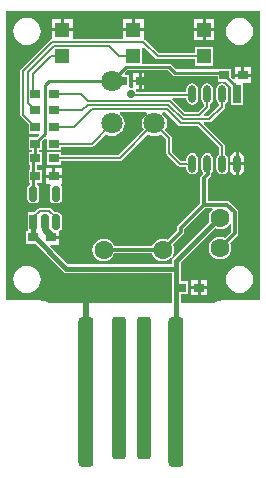
<source format=gbr>
%TF.GenerationSoftware,Altium Limited,Altium Designer,19.1.5 (86)*%
G04 Layer_Physical_Order=1*
G04 Layer_Color=255*
%FSLAX44Y44*%
%MOMM*%
%TF.FileFunction,Copper,L1,Top,Signal*%
%TF.Part,Single*%
G01*
G75*
%TA.AperFunction,SMDPad,CuDef*%
G04:AMPARAMS|DCode=10|XSize=12.065mm|YSize=1.2065mm|CornerRadius=0.3016mm|HoleSize=0mm|Usage=FLASHONLY|Rotation=270.000|XOffset=0mm|YOffset=0mm|HoleType=Round|Shape=RoundedRectangle|*
%AMROUNDEDRECTD10*
21,1,12.0650,0.6033,0,0,270.0*
21,1,11.4618,1.2065,0,0,270.0*
1,1,0.6033,-0.3016,-5.7309*
1,1,0.6033,-0.3016,5.7309*
1,1,0.6033,0.3016,5.7309*
1,1,0.6033,0.3016,-5.7309*
%
%ADD10ROUNDEDRECTD10*%
G04:AMPARAMS|DCode=11|XSize=12.7mm|YSize=1.27mm|CornerRadius=0.3175mm|HoleSize=0mm|Usage=FLASHONLY|Rotation=270.000|XOffset=0mm|YOffset=0mm|HoleType=Round|Shape=RoundedRectangle|*
%AMROUNDEDRECTD11*
21,1,12.7000,0.6350,0,0,270.0*
21,1,12.0650,1.2700,0,0,270.0*
1,1,0.6350,-0.3175,-6.0325*
1,1,0.6350,-0.3175,6.0325*
1,1,0.6350,0.3175,6.0325*
1,1,0.6350,0.3175,-6.0325*
%
%ADD11ROUNDEDRECTD11*%
%ADD12R,1.2500X1.2500*%
%ADD13O,0.7000X1.5000*%
%ADD14R,0.7000X1.5000*%
G04:AMPARAMS|DCode=15|XSize=0.7mm|YSize=1.3mm|CornerRadius=0.175mm|HoleSize=0mm|Usage=FLASHONLY|Rotation=0.000|XOffset=0mm|YOffset=0mm|HoleType=Round|Shape=RoundedRectangle|*
%AMROUNDEDRECTD15*
21,1,0.7000,0.9500,0,0,0.0*
21,1,0.3500,1.3000,0,0,0.0*
1,1,0.3500,0.1750,-0.4750*
1,1,0.3500,-0.1750,-0.4750*
1,1,0.3500,-0.1750,0.4750*
1,1,0.3500,0.1750,0.4750*
%
%ADD15ROUNDEDRECTD15*%
%ADD16R,0.7000X1.3000*%
%ADD17R,0.8500X0.8000*%
%TA.AperFunction,Conductor*%
%ADD18C,0.3000*%
%ADD19C,0.2000*%
%ADD20C,0.2500*%
%ADD21C,0.4000*%
%ADD22C,0.5000*%
%ADD23C,0.6000*%
%TA.AperFunction,ComponentPad*%
%ADD24R,1.8000X1.8000*%
%ADD25C,1.8000*%
%ADD26R,1.6000X1.6000*%
%ADD27C,1.6000*%
%ADD28R,1.6000X1.6000*%
%TA.AperFunction,ViaPad*%
%ADD29C,0.7000*%
G36*
X107410Y-122410D02*
X88780D01*
X78780Y-122410D01*
X78717Y-122423D01*
X78653Y-122414D01*
X76693Y-122510D01*
X76506Y-122556D01*
X76315D01*
X72469Y-123321D01*
X72233Y-123419D01*
X71983Y-123469D01*
X68361Y-124969D01*
X68315Y-125000D01*
X40124D01*
Y-117500D01*
X46000D01*
Y-106500D01*
X40124D01*
Y-95945D01*
Y-90923D01*
X69444Y-61603D01*
X71020Y-62256D01*
X73500Y-62582D01*
X75980Y-62256D01*
X78291Y-61298D01*
X80275Y-59775D01*
X81671Y-57956D01*
X82271Y-58005D01*
X82941Y-58307D01*
Y-64733D01*
X77783Y-69891D01*
X75980Y-69145D01*
X73500Y-68818D01*
X71020Y-69145D01*
X68709Y-70102D01*
X66725Y-71624D01*
X65202Y-73609D01*
X64245Y-75920D01*
X63918Y-78400D01*
X64245Y-80880D01*
X65202Y-83191D01*
X66725Y-85175D01*
X68709Y-86698D01*
X71020Y-87655D01*
X73500Y-87982D01*
X75980Y-87655D01*
X78291Y-86698D01*
X80275Y-85175D01*
X81798Y-83191D01*
X82755Y-80880D01*
X83082Y-78400D01*
X82755Y-75920D01*
X82067Y-74258D01*
X88163Y-68163D01*
X88826Y-67171D01*
X89059Y-66000D01*
X89059Y-66000D01*
Y-47944D01*
X88826Y-46773D01*
X88163Y-45781D01*
X81869Y-39487D01*
X80877Y-38824D01*
X79706Y-38591D01*
X79706Y-38591D01*
X63059D01*
Y-20267D01*
X65163Y-18163D01*
X65163Y-18163D01*
X65826Y-17170D01*
X66059Y-16000D01*
X66059Y-16000D01*
Y-14736D01*
X66255Y-14605D01*
X67360Y-12951D01*
X67748Y-11000D01*
Y-3000D01*
X67360Y-1049D01*
X66255Y605D01*
X64601Y1710D01*
X62650Y2098D01*
X60699Y1710D01*
X59045Y605D01*
X57940Y-1049D01*
X57552Y-3000D01*
Y-11000D01*
X57940Y-12951D01*
X59045Y-14605D01*
X59137Y-15537D01*
X57837Y-16837D01*
X57174Y-17830D01*
X56941Y-19000D01*
X56941Y-19000D01*
Y-40383D01*
X38087Y-59237D01*
X37424Y-60229D01*
X37191Y-61400D01*
X37191Y-61400D01*
Y-63483D01*
X29212Y-71462D01*
X27480Y-70745D01*
X25000Y-70418D01*
X22520Y-70745D01*
X20209Y-71702D01*
X18225Y-73225D01*
X16702Y-75209D01*
X15984Y-76941D01*
X-15984D01*
X-16702Y-75209D01*
X-18225Y-73225D01*
X-20209Y-71702D01*
X-22520Y-70745D01*
X-25000Y-70418D01*
X-27480Y-70745D01*
X-29791Y-71702D01*
X-31776Y-73225D01*
X-33298Y-75209D01*
X-34255Y-77520D01*
X-34582Y-80000D01*
X-34255Y-82480D01*
X-33298Y-84791D01*
X-31776Y-86775D01*
X-29791Y-88298D01*
X-27480Y-89255D01*
X-25000Y-89582D01*
X-22520Y-89255D01*
X-20209Y-88298D01*
X-18225Y-86775D01*
X-16702Y-84791D01*
X-15984Y-83059D01*
X15984D01*
X16702Y-84791D01*
X18225Y-86775D01*
X20209Y-88298D01*
X22520Y-89255D01*
X25000Y-89582D01*
X27480Y-89255D01*
X29791Y-88298D01*
X31776Y-86775D01*
X33298Y-84791D01*
X34255Y-82480D01*
X34582Y-80000D01*
X34255Y-77520D01*
X33538Y-75788D01*
X42413Y-66913D01*
X42413Y-66913D01*
X43076Y-65921D01*
X43309Y-64750D01*
Y-62667D01*
X61267Y-44709D01*
X66725D01*
X67133Y-45911D01*
X66725Y-46224D01*
X65202Y-48209D01*
X64245Y-50520D01*
X63918Y-53000D01*
X64245Y-55480D01*
X64604Y-56349D01*
X34032Y-86922D01*
X33258Y-88079D01*
X32986Y-89445D01*
Y-92376D01*
X-55077D01*
X-70340Y-77113D01*
X-69854Y-75940D01*
X-62460D01*
Y-70650D01*
X-69250D01*
Y-68150D01*
X-62460D01*
Y-64147D01*
X-61407Y-63443D01*
X-60689Y-62368D01*
X-60436Y-61100D01*
Y-51600D01*
X-60689Y-50332D01*
X-61407Y-49257D01*
X-62482Y-48539D01*
X-63750Y-48286D01*
X-66109D01*
X-69198Y-45198D01*
X-70024Y-44645D01*
X-71000Y-44451D01*
X-79000D01*
X-79975Y-44645D01*
X-80802Y-45198D01*
X-83955Y-48350D01*
X-89500D01*
Y-63900D01*
X-90500D01*
Y-74900D01*
X-82647D01*
X-59078Y-98468D01*
X-57921Y-99242D01*
X-56555Y-99514D01*
X32986D01*
Y-125000D01*
X-71405D01*
X-71451Y-124969D01*
X-75073Y-123469D01*
X-75324Y-123419D01*
X-75559Y-123321D01*
X-79405Y-122556D01*
X-79596D01*
X-79783Y-122510D01*
X-81743Y-122414D01*
X-81807Y-122423D01*
X-81870Y-122410D01*
X-91870D01*
X-107410Y-122410D01*
X-107410Y122410D01*
X107410D01*
X107410Y-122410D01*
D02*
G37*
%LPC*%
G36*
X8790Y115040D02*
X1250D01*
Y107500D01*
X8790D01*
Y115040D01*
D02*
G37*
G36*
X-1250D02*
X-8790D01*
Y107500D01*
X-1250D01*
Y115040D01*
D02*
G37*
G36*
X68790D02*
X61250D01*
Y107500D01*
X68790D01*
Y115040D01*
D02*
G37*
G36*
X-51210D02*
X-58750D01*
Y107500D01*
X-51210D01*
Y115040D01*
D02*
G37*
G36*
X58750D02*
X51210D01*
Y107500D01*
X58750D01*
Y115040D01*
D02*
G37*
G36*
X-61250D02*
X-68790D01*
Y107500D01*
X-61250D01*
Y115040D01*
D02*
G37*
G36*
X68790Y105000D02*
X61250D01*
Y97460D01*
X68790D01*
Y105000D01*
D02*
G37*
G36*
X58750D02*
X51210D01*
Y97460D01*
X58750D01*
Y105000D01*
D02*
G37*
G36*
X90000Y116599D02*
X86998Y116204D01*
X84200Y115045D01*
X81798Y113202D01*
X79955Y110800D01*
X78796Y108002D01*
X78401Y105000D01*
X78796Y101998D01*
X79955Y99200D01*
X81798Y96798D01*
X84200Y94955D01*
X86998Y93796D01*
X90000Y93401D01*
X93002Y93796D01*
X95800Y94955D01*
X98202Y96798D01*
X100045Y99200D01*
X101204Y101998D01*
X101599Y105000D01*
X101204Y108002D01*
X100045Y110800D01*
X98202Y113202D01*
X95800Y115045D01*
X93002Y116204D01*
X90000Y116599D01*
D02*
G37*
G36*
X-90000D02*
X-93002Y116204D01*
X-95800Y115045D01*
X-98202Y113202D01*
X-100045Y110800D01*
X-101204Y108002D01*
X-101599Y105000D01*
X-101204Y101998D01*
X-100045Y99200D01*
X-98202Y96798D01*
X-95800Y94955D01*
X-93002Y93796D01*
X-90000Y93401D01*
X-86998Y93796D01*
X-84200Y94955D01*
X-81798Y96798D01*
X-79955Y99200D01*
X-78796Y101998D01*
X-78401Y105000D01*
X-78796Y108002D01*
X-79955Y110800D01*
X-81798Y113202D01*
X-84200Y115045D01*
X-86998Y116204D01*
X-90000Y116599D01*
D02*
G37*
G36*
X-60000Y106250D02*
D01*
Y105000D01*
X-68790D01*
Y98538D01*
X-69711Y98355D01*
X-70538Y97802D01*
X-94802Y73538D01*
X-95355Y72711D01*
X-95549Y71735D01*
Y34250D01*
X-95355Y33275D01*
X-94802Y32448D01*
X-88500Y26145D01*
Y18500D01*
X-80125D01*
X-79639Y17327D01*
X-81446Y15519D01*
X-88500D01*
Y4519D01*
X-85554D01*
Y3000D01*
X-88500D01*
Y-8000D01*
X-87304D01*
Y-12000D01*
X-88500D01*
Y-23000D01*
X-87304D01*
Y-24496D01*
X-87518Y-24539D01*
X-88593Y-25257D01*
X-89312Y-26332D01*
X-89564Y-27600D01*
Y-37100D01*
X-89312Y-38368D01*
X-88593Y-39443D01*
X-87518Y-40161D01*
X-86250Y-40414D01*
X-82750D01*
X-81482Y-40161D01*
X-80407Y-39443D01*
X-79689Y-38368D01*
X-79436Y-37100D01*
Y-27600D01*
X-79689Y-26332D01*
X-80407Y-25257D01*
X-81482Y-24539D01*
X-81696Y-24496D01*
Y-23000D01*
X-77000D01*
Y-12000D01*
X-81696D01*
Y-8000D01*
X-77000D01*
Y3000D01*
X-79946D01*
Y4519D01*
X-77000D01*
Y12035D01*
X-74270Y14765D01*
X-73000Y14239D01*
Y4519D01*
X-61500D01*
Y7470D01*
X-34981D01*
X-34005Y7664D01*
X-33179Y8217D01*
X-23409Y17986D01*
X-23256Y17868D01*
X-20701Y16810D01*
X-17960Y16449D01*
X-15219Y16810D01*
X-12665Y17868D01*
X-10472Y19551D01*
X-8789Y21744D01*
X-7731Y24299D01*
X-7370Y27040D01*
X-7731Y29781D01*
X-8789Y32335D01*
X-10472Y34528D01*
X-11322Y35181D01*
X-10891Y36451D01*
X10891D01*
X11322Y35181D01*
X10472Y34528D01*
X8789Y32335D01*
X7731Y29781D01*
X7370Y27040D01*
X7731Y24299D01*
X8789Y21744D01*
X8907Y21591D01*
X-12616Y68D01*
X-61500D01*
Y3000D01*
X-73000D01*
Y-8000D01*
X-61500D01*
Y-5030D01*
X-11560D01*
X-10585Y-4836D01*
X-9758Y-4283D01*
X12511Y17986D01*
X12665Y17868D01*
X15219Y16810D01*
X17960Y16449D01*
X20701Y16810D01*
X23256Y17868D01*
X23409Y17986D01*
X28026Y13369D01*
Y1944D01*
X28220Y969D01*
X28773Y142D01*
X37717Y-8802D01*
X38544Y-9355D01*
X39519Y-9549D01*
X44852D01*
Y-11000D01*
X45240Y-12951D01*
X46345Y-14605D01*
X47999Y-15710D01*
X49950Y-16098D01*
X51901Y-15710D01*
X53555Y-14605D01*
X54660Y-12951D01*
X55048Y-11000D01*
Y-3000D01*
X54660Y-1049D01*
X53555Y605D01*
X51901Y1710D01*
X49950Y2098D01*
X47999Y1710D01*
X46345Y605D01*
X45240Y-1049D01*
X44852Y-3000D01*
Y-4451D01*
X40575D01*
X33124Y3000D01*
Y14425D01*
X32930Y15400D01*
X32378Y16227D01*
X27014Y21591D01*
X27132Y21744D01*
X28190Y24299D01*
X28551Y27040D01*
X28190Y29781D01*
X27132Y32335D01*
X25449Y34528D01*
X24598Y35181D01*
X25029Y36451D01*
X27250D01*
X38503Y25198D01*
X39330Y24645D01*
X40306Y24451D01*
X54944D01*
X72451Y6944D01*
Y1076D01*
X71745Y605D01*
X70640Y-1049D01*
X70252Y-3000D01*
Y-11000D01*
X70640Y-12951D01*
X71745Y-14605D01*
X73399Y-15710D01*
X75350Y-16098D01*
X77301Y-15710D01*
X78955Y-14605D01*
X80060Y-12951D01*
X80448Y-11000D01*
Y-3000D01*
X80060Y-1049D01*
X78955Y605D01*
X77549Y1544D01*
Y8000D01*
X77355Y8975D01*
X76802Y9802D01*
X59827Y26778D01*
X60313Y27951D01*
X64500D01*
X65476Y28145D01*
X66302Y28698D01*
X77152Y39548D01*
X77705Y40375D01*
X77899Y41350D01*
Y43690D01*
X78955Y44395D01*
X80060Y46049D01*
X80448Y48000D01*
Y56000D01*
X80060Y57951D01*
X78955Y59605D01*
X77301Y60710D01*
X75350Y61098D01*
X73399Y60710D01*
X71745Y59605D01*
X70640Y57951D01*
X70252Y56000D01*
Y48000D01*
X70640Y46049D01*
X71745Y44395D01*
X72801Y43690D01*
Y42406D01*
X63444Y33049D01*
X60313D01*
X59827Y34222D01*
X64452Y38848D01*
X65005Y39675D01*
X65199Y40650D01*
Y43690D01*
X66255Y44395D01*
X67360Y46049D01*
X67748Y48000D01*
Y56000D01*
X67360Y57951D01*
X66255Y59605D01*
X64601Y60710D01*
X62650Y61098D01*
X60699Y60710D01*
X59045Y59605D01*
X57940Y57951D01*
X57552Y56000D01*
Y48000D01*
X57940Y46049D01*
X59045Y44395D01*
X60101Y43690D01*
Y41706D01*
X54944Y36549D01*
X44261D01*
X33168Y47641D01*
X33286Y48295D01*
X33634Y48911D01*
X44852D01*
Y48000D01*
X45240Y46049D01*
X46345Y44395D01*
X47999Y43290D01*
X49950Y42902D01*
X51901Y43290D01*
X53555Y44395D01*
X54660Y46049D01*
X55048Y48000D01*
Y56000D01*
X54660Y57951D01*
X53555Y59605D01*
X51901Y60710D01*
X49950Y61098D01*
X47999Y60710D01*
X46345Y59605D01*
X45240Y57951D01*
X44852Y56000D01*
Y54009D01*
X2756D01*
X1993Y55150D01*
X2581Y56420D01*
X5124D01*
Y61710D01*
X-416D01*
Y57801D01*
X-1397Y56995D01*
X-1915Y57098D01*
X-2286Y57024D01*
X-3376Y58102D01*
Y68460D01*
X-6836D01*
X-7322Y69634D01*
X-5049Y71906D01*
X29414D01*
X33303Y68017D01*
X34213Y67410D01*
X35286Y67196D01*
X71500D01*
Y62500D01*
X78785D01*
X83050Y58235D01*
Y43000D01*
X93050D01*
Y61000D01*
X94129Y61460D01*
X99540D01*
Y66750D01*
X92750D01*
X85960D01*
Y64915D01*
X84787Y64429D01*
X83000Y66215D01*
Y73500D01*
X71500D01*
Y72804D01*
X36447D01*
X32558Y76693D01*
X31648Y77301D01*
X30575Y77514D01*
X7750D01*
Y90257D01*
X7750Y90711D01*
X8844Y91674D01*
X9135Y91660D01*
X18848Y81948D01*
X19675Y81395D01*
X20650Y81201D01*
X52250D01*
Y76000D01*
X67750D01*
Y91500D01*
X52250D01*
Y86299D01*
X21706D01*
X10202Y97802D01*
X9375Y98355D01*
X8790Y98471D01*
Y105000D01*
X0D01*
X-8790D01*
Y98549D01*
X-51210D01*
Y105000D01*
X-60000D01*
Y106250D01*
D02*
G37*
G36*
X99540Y74540D02*
X94000D01*
Y69250D01*
X99540D01*
Y74540D01*
D02*
G37*
G36*
X91500D02*
X85960D01*
Y69250D01*
X91500D01*
Y74540D01*
D02*
G37*
G36*
X13164Y69500D02*
X7624D01*
Y64210D01*
X13164D01*
Y69500D01*
D02*
G37*
G36*
X5124D02*
X-416D01*
Y64210D01*
X5124D01*
Y69500D01*
D02*
G37*
G36*
X13164Y61710D02*
X7624D01*
Y56420D01*
X13164D01*
Y61710D01*
D02*
G37*
G36*
X89300Y2910D02*
Y-5750D01*
X94208D01*
Y-3000D01*
X93740Y-643D01*
X92405Y1355D01*
X90407Y2690D01*
X89300Y2910D01*
D02*
G37*
G36*
X86800D02*
X85693Y2690D01*
X83695Y1355D01*
X82360Y-643D01*
X81892Y-3000D01*
Y-5750D01*
X86800D01*
Y2910D01*
D02*
G37*
G36*
X-60460Y-10960D02*
X-66000D01*
Y-16250D01*
X-60460D01*
Y-10960D01*
D02*
G37*
G36*
X-68500D02*
X-74040D01*
Y-16250D01*
X-68500D01*
Y-10960D01*
D02*
G37*
G36*
X94208Y-8250D02*
X89300D01*
Y-16910D01*
X90407Y-16689D01*
X92405Y-15355D01*
X93740Y-13357D01*
X94208Y-11000D01*
Y-8250D01*
D02*
G37*
G36*
X86800D02*
X81892D01*
Y-11000D01*
X82360Y-13357D01*
X83695Y-15355D01*
X85693Y-16689D01*
X86800Y-16910D01*
Y-8250D01*
D02*
G37*
G36*
X-60460Y-18750D02*
X-67250D01*
X-74040D01*
Y-24040D01*
X-70058D01*
X-69690Y-25003D01*
X-69629Y-25310D01*
X-70311Y-26332D01*
X-70564Y-27600D01*
Y-37100D01*
X-70311Y-38368D01*
X-69593Y-39443D01*
X-68518Y-40161D01*
X-67250Y-40414D01*
X-63750D01*
X-62482Y-40161D01*
X-61407Y-39443D01*
X-60689Y-38368D01*
X-60436Y-37100D01*
Y-27600D01*
X-60689Y-26332D01*
X-61371Y-25310D01*
X-61310Y-25003D01*
X-60942Y-24040D01*
X-60460D01*
Y-18750D01*
D02*
G37*
G36*
X62540Y-105460D02*
X57000D01*
Y-110750D01*
X62540D01*
Y-105460D01*
D02*
G37*
G36*
X54500D02*
X48960D01*
Y-110750D01*
X54500D01*
Y-105460D01*
D02*
G37*
G36*
X90000Y-93401D02*
X86998Y-93796D01*
X84200Y-94955D01*
X81798Y-96798D01*
X79955Y-99200D01*
X78796Y-101998D01*
X78401Y-105000D01*
X78796Y-108002D01*
X79955Y-110800D01*
X81798Y-113202D01*
X84200Y-115045D01*
X86998Y-116204D01*
X90000Y-116599D01*
X93002Y-116204D01*
X95800Y-115045D01*
X98202Y-113202D01*
X100045Y-110800D01*
X101204Y-108002D01*
X101599Y-105000D01*
X101204Y-101998D01*
X100045Y-99200D01*
X98202Y-96798D01*
X95800Y-94955D01*
X93002Y-93796D01*
X90000Y-93401D01*
D02*
G37*
G36*
X-90000D02*
X-93002Y-93796D01*
X-95800Y-94955D01*
X-98202Y-96798D01*
X-100045Y-99200D01*
X-101204Y-101998D01*
X-101599Y-105000D01*
X-101204Y-108002D01*
X-100045Y-110800D01*
X-98202Y-113202D01*
X-95800Y-115045D01*
X-93002Y-116204D01*
X-90000Y-116599D01*
X-86998Y-116204D01*
X-84200Y-115045D01*
X-81798Y-113202D01*
X-79955Y-110800D01*
X-78796Y-108002D01*
X-78401Y-105000D01*
X-78796Y-101998D01*
X-79955Y-99200D01*
X-81798Y-96798D01*
X-84200Y-94955D01*
X-86998Y-93796D01*
X-90000Y-93401D01*
D02*
G37*
G36*
X62540Y-113250D02*
X57000D01*
Y-118540D01*
X62540D01*
Y-113250D01*
D02*
G37*
G36*
X54500D02*
X48960D01*
Y-118540D01*
X54500D01*
Y-113250D01*
D02*
G37*
%LPD*%
D10*
X-12340Y-196750D02*
D03*
X9250D02*
D03*
D11*
X-39645Y-199925D02*
D03*
X36555D02*
D03*
D12*
X-60000Y106250D02*
D03*
Y83750D02*
D03*
X-0D02*
D03*
Y106250D02*
D03*
X60000Y83750D02*
D03*
Y106250D02*
D03*
D13*
X62650Y52000D02*
D03*
X75350D02*
D03*
X49950D02*
D03*
X88050Y-7000D02*
D03*
X75350D02*
D03*
X62650D02*
D03*
X49950D02*
D03*
D14*
X88050Y52000D02*
D03*
D15*
X-84500Y-32350D02*
D03*
X-65500D02*
D03*
X-75000Y-56350D02*
D03*
X-65500D02*
D03*
D16*
X-84500D02*
D03*
D17*
X55750Y-112000D02*
D03*
X40250D02*
D03*
X-67250Y-17500D02*
D03*
X-82750D02*
D03*
X-67250Y38000D02*
D03*
X-82750D02*
D03*
X-67250Y52000D02*
D03*
X-82750D02*
D03*
X-9126Y62960D02*
D03*
X6374D02*
D03*
X-84750Y-69400D02*
D03*
X-69250D02*
D03*
X-67250Y24000D02*
D03*
X-82750D02*
D03*
Y-2500D02*
D03*
X-67250D02*
D03*
X-82750Y10019D02*
D03*
X-67250D02*
D03*
X77250Y68000D02*
D03*
X92750D02*
D03*
D18*
X63000Y-16000D02*
Y-7000D01*
X77500Y-80400D02*
Y-74500D01*
X60000Y-41650D02*
Y-19000D01*
X40250Y-61400D02*
X60000Y-41650D01*
X40250Y-64750D02*
Y-61400D01*
X25000Y-80000D02*
X40250Y-64750D01*
X60000Y-41650D02*
X79706D01*
X60000Y-19000D02*
X63000Y-16000D01*
X79706Y-41650D02*
X86000Y-47944D01*
Y-66000D02*
Y-47944D01*
X77500Y-74500D02*
X86000Y-66000D01*
X-25000Y-80000D02*
X25000D01*
D19*
X-42995Y38000D02*
X-38495Y42500D01*
X-67250Y38000D02*
X-42995D01*
X-38495Y42500D02*
X29755D01*
X-44495Y52000D02*
X-38495Y46000D01*
X-67250Y52000D02*
X-44495D01*
X-38495Y46000D02*
X31205D01*
X64500Y30500D02*
X75350Y41350D01*
X41755Y30500D02*
X64500D01*
X56000Y27000D02*
X75000Y8000D01*
X40306Y27000D02*
X56000D01*
X28306Y39000D02*
X40306Y27000D01*
X29755Y42500D02*
X41755Y30500D01*
X56000Y34000D02*
X62650Y40650D01*
X43205Y34000D02*
X56000D01*
X31205Y46000D02*
X43205Y34000D01*
X17960Y27040D02*
X30575Y14425D01*
Y1944D02*
Y14425D01*
Y1944D02*
X39519Y-7000D01*
X45950D01*
X-11560Y-2481D02*
X17960Y27040D01*
X-67231Y-2481D02*
X-11560D01*
X-67250Y-2500D02*
X-67231Y-2481D01*
X-34981Y10019D02*
X-17960Y27040D01*
X-67250Y10019D02*
X-34981D01*
X-50000Y24000D02*
X-35000Y39000D01*
X-67250Y24000D02*
X-50000D01*
X-93000Y71735D02*
X-68735Y96000D01*
X-93000Y34250D02*
Y71735D01*
X-67285Y92500D02*
X-20831D01*
X-89500Y70286D02*
X-67285Y92500D01*
X-89500Y44750D02*
Y70286D01*
X8400Y96000D02*
X20650Y83750D01*
X-68735Y96000D02*
X8400D01*
X-20831Y92500D02*
X-12081Y83750D01*
X-58125Y81875D02*
X-56000Y84000D01*
Y80000D02*
Y84000D01*
X-84750Y68985D02*
X-69985Y83750D01*
X-84750Y54000D02*
Y68985D01*
Y54000D02*
X-82750Y52000D01*
X-89500Y44750D02*
X-82750Y38000D01*
X-93000Y34250D02*
X-82750Y24000D01*
X-69985Y83750D02*
X-60000D01*
X-35000Y39000D02*
X28306D01*
X49410Y51460D02*
X49950Y52000D01*
X-1376Y51460D02*
X49410D01*
X-1915Y52000D02*
X-1376Y51460D01*
X75000Y-7000D02*
Y8000D01*
X75350Y41350D02*
Y52000D01*
X62650Y40650D02*
Y52000D01*
X49950Y51460D02*
Y52000D01*
X20650Y83750D02*
X60000D01*
X-58125Y81875D02*
X-56250Y80000D01*
X-60000Y83750D02*
X-58125Y81875D01*
X-56250Y80000D01*
X-12081Y83750D02*
X-0D01*
X-79000Y-47000D02*
X-71000D01*
X-84500Y-52500D02*
X-79000Y-47000D01*
X-84500Y-56350D02*
Y-52500D01*
X-71000Y-47000D02*
X-65500Y-52500D01*
Y-56350D02*
Y-52500D01*
X-56250Y80000D02*
X-56250D01*
D20*
X75000Y70000D02*
X77500Y67500D01*
X-84500Y-32350D02*
Y-2500D01*
X35286Y70000D02*
X75000D01*
X30575Y74710D02*
X35286Y70000D01*
X-6210Y74710D02*
X30575D01*
X-17960Y62960D02*
X-6210Y74710D01*
X-71290Y62960D02*
X-17960D01*
X-75000Y59250D02*
X-71290Y62960D01*
X-75000Y59250D02*
X-75000Y59250D01*
Y18000D02*
Y59250D01*
X-82750Y10250D02*
X-75000Y18000D01*
X-82750Y10019D02*
Y10250D01*
Y-2500D02*
Y10019D01*
X86000Y56000D02*
Y59250D01*
X77250Y68000D02*
X86000Y59250D01*
D21*
X71000Y-55000D02*
X77500D01*
X36555Y-199925D02*
Y-95945D01*
X-84100Y-68400D02*
X-83925Y-68575D01*
X-56555Y-95945D01*
X36555D02*
Y-89445D01*
X71000Y-55000D01*
X-84500Y-68000D02*
Y-56350D01*
X-84750Y-69400D02*
X-84100Y-68750D01*
Y-68400D01*
X-84500Y-68000D02*
X-84100Y-68400D01*
X-56555Y-95945D02*
X36555D01*
D22*
X-40000Y-110000D02*
X-39645Y-110355D01*
Y-110000D01*
Y-199925D02*
Y-110355D01*
D23*
X-69250Y-69400D02*
Y-68250D01*
X-75000Y-62500D02*
X-69250Y-68250D01*
X-75000Y-62500D02*
Y-56350D01*
D24*
X17960Y62960D02*
D03*
D25*
X-17960D02*
D03*
Y27040D02*
D03*
X17960D02*
D03*
D26*
X73500Y-27600D02*
D03*
D27*
Y-53000D02*
D03*
Y-78400D02*
D03*
X25000Y-80000D02*
D03*
Y-30000D02*
D03*
X-25000Y-80000D02*
D03*
D28*
Y-30000D02*
D03*
D29*
X-1915Y52000D02*
D03*
X92750Y80000D02*
D03*
X-56555Y-67250D02*
D03*
X-35000Y103000D02*
D03*
X35000D02*
D03*
X-39645Y-110000D02*
D03*
%TF.MD5,caa608ba216e184c90444c0ee80bb276*%
M02*

</source>
